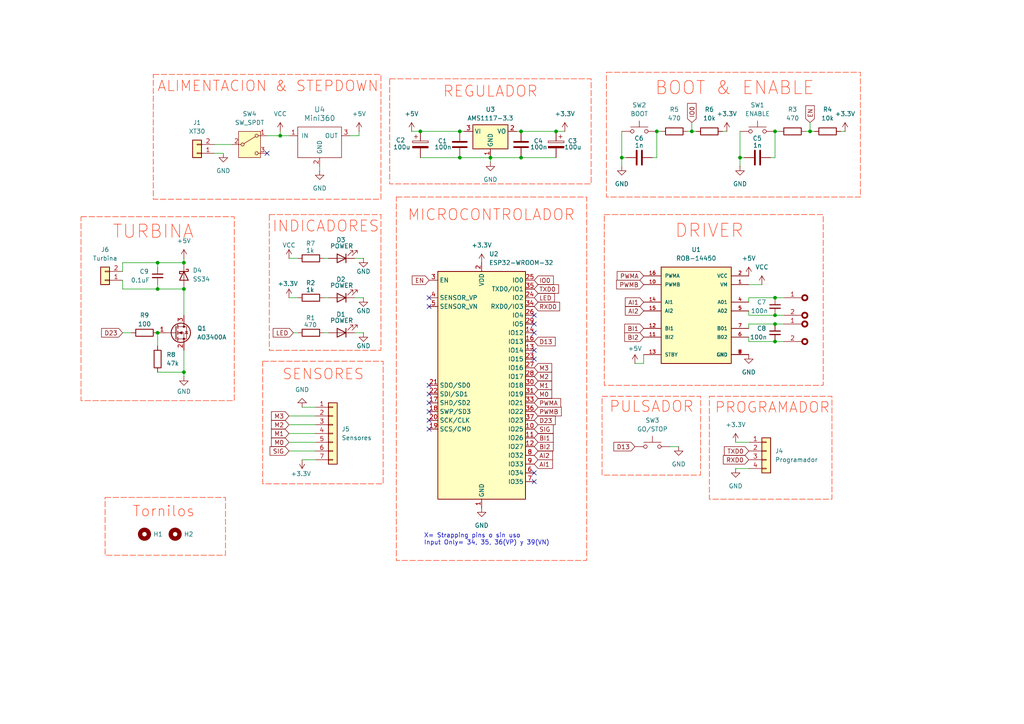
<source format=kicad_sch>
(kicad_sch (version 20250114) (generator "eeschema") (generator_version "9.0")
  (paper "A4")
  (lib_symbols
    (symbol "Cable_PAD_1" (pin_names (offset 1.016))
      (symbol "Cable_PAD_1_1_1"
        (circle (center 3.556 3.81) (radius 0.762) (stroke (width 0.508)))
        (circle (center 3.556 -1.27) (radius 0.762) (stroke (width 0.508)))
        (pin input line (at -2.54 3.81 0) (length 5.08) (name "") (number "1"))
        (pin input line (at -2.54 -1.27 0) (length 5.08) (name "") (number "2"))
      )
    )
    (symbol "Connector_Generic:Conn_01x02" (pin_names (offset 1.016) (hide yes))
      (property "Reference" "J" (at 0 2.54 0))
      (property "Value" "Conn_01x02" (at 0 -5.08 0))
      (symbol "Conn_01x02_1_1"
        (rectangle (start -1.27 1.27) (end 1.27 -3.81) (stroke (width 0.254)) (fill (type background)))
        (rectangle (start -1.27 0.127) (end 0 -0.127) (stroke (width 0.1524)))
        (rectangle (start -1.27 -2.413) (end 0 -2.667) (stroke (width 0.1524)))
        (pin passive line (at -5.08 0 0) (length 3.81) (name "Pin_1") (number "1"))
        (pin passive line (at -5.08 -2.54 0) (length 3.81) (name "Pin_2") (number "2"))
      )
    )
    (symbol "Connector_Generic:Conn_01x04" (pin_names (offset 1.016) (hide yes))
      (property "Reference" "J" (at 0 5.08 0))
      (property "Value" "Conn_01x04" (at 0 -7.62 0))
      (symbol "Conn_01x04_1_1"
        (rectangle (start -1.27 3.81) (end 1.27 -6.35) (stroke (width 0.254)) (fill (type background)))
        (rectangle (start -1.27 2.667) (end 0 2.413) (stroke (width 0.1524)))
        (rectangle (start -1.27 0.127) (end 0 -0.127) (stroke (width 0.1524)))
        (rectangle (start -1.27 -2.413) (end 0 -2.667) (stroke (width 0.1524)))
        (rectangle (start -1.27 -4.953) (end 0 -5.207) (stroke (width 0.1524)))
        (pin passive line (at -5.08 2.54 0) (length 3.81) (name "Pin_1") (number "1"))
        (pin passive line (at -5.08 0 0) (length 3.81) (name "Pin_2") (number "2"))
        (pin passive line (at -5.08 -2.54 0) (length 3.81) (name "Pin_3") (number "3"))
        (pin passive line (at -5.08 -5.08 0) (length 3.81) (name "Pin_4") (number "4"))
      )
    )
    (symbol "Connector_Generic:Conn_01x07" (pin_names (offset 1.016) (hide yes))
      (property "Reference" "J" (at 0 10.16 0))
      (property "Value" "Conn_01x07" (at 0 -10.16 0))
      (symbol "Conn_01x07_1_1"
        (rectangle (start -1.27 8.89) (end 1.27 -8.89) (stroke (width 0.254)) (fill (type background)))
        (rectangle (start -1.27 7.747) (end 0 7.493) (stroke (width 0.1524)))
        (rectangle (start -1.27 5.207) (end 0 4.953) (stroke (width 0.1524)))
        (rectangle (start -1.27 2.667) (end 0 2.413) (stroke (width 0.1524)))
        (rectangle (start -1.27 0.127) (end 0 -0.127) (stroke (width 0.1524)))
        (rectangle (start -1.27 -2.413) (end 0 -2.667) (stroke (width 0.1524)))
        (rectangle (start -1.27 -4.953) (end 0 -5.207) (stroke (width 0.1524)))
        (rectangle (start -1.27 -7.493) (end 0 -7.747) (stroke (width 0.1524)))
        (pin passive line (at -5.08 7.62 0) (length 3.81) (name "Pin_1") (number "1"))
        (pin passive line (at -5.08 5.08 0) (length 3.81) (name "Pin_2") (number "2"))
        (pin passive line (at -5.08 2.54 0) (length 3.81) (name "Pin_3") (number "3"))
        (pin passive line (at -5.08 0 0) (length 3.81) (name "Pin_4") (number "4"))
        (pin passive line (at -5.08 -2.54 0) (length 3.81) (name "Pin_5") (number "5"))
        (pin passive line (at -5.08 -5.08 0) (length 3.81) (name "Pin_6") (number "6"))
        (pin passive line (at -5.08 -7.62 0) (length 3.81) (name "Pin_7") (number "7"))
      )
    )
    (symbol "Device:C" (pin_numbers (hide yes)) (pin_names (offset 0.254))
      (property "Reference" "C" (at 0.635 2.54 0))
      (property "Value" "C" (at 0.635 -2.54 0))
      (symbol "C_0_1"
        (polyline (pts (xy -2.032 0.762) (xy 2.032 0.762)) (stroke (width 0.508)))
        (polyline (pts (xy -2.032 -0.762) (xy 2.032 -0.762)) (stroke (width 0.508)))
      )
      (symbol "C_1_1"
        (pin passive line (at 0 3.81 270) (length 2.794) (name "~") (number "1"))
        (pin passive line (at 0 -3.81 90) (length 2.794) (name "~") (number "2"))
      )
    )
    (symbol "Device:C_Polarized" (pin_numbers (hide yes)) (pin_names (offset 0.254))
      (property "Reference" "C" (at 0.635 2.54 0))
      (property "Value" "C_Polarized" (at 0.635 -2.54 0))
      (symbol "C_Polarized_0_1"
        (rectangle (start -2.286 0.508) (end 2.286 1.016))
        (polyline (pts (xy -1.778 2.286) (xy -0.762 2.286)))
        (polyline (pts (xy -1.27 2.794) (xy -1.27 1.778)))
        (rectangle (start 2.286 -0.508) (end -2.286 -1.016) (fill (type outline)))
      )
      (symbol "C_Polarized_1_1"
        (pin passive line (at 0 3.81 270) (length 2.794) (name "~") (number "1"))
        (pin passive line (at 0 -3.81 90) (length 2.794) (name "~") (number "2"))
      )
    )
    (symbol "Device:C_Small" (pin_numbers (hide yes)) (pin_names (offset 0.254) (hide yes))
      (property "Reference" "C" (at 0.254 1.778 0))
      (property "Value" "C_Small" (at 0.254 -2.032 0))
      (symbol "C_Small_0_1"
        (polyline (pts (xy -1.524 0.508) (xy 1.524 0.508)) (stroke (width 0.3048)))
        (polyline (pts (xy -1.524 -0.508) (xy 1.524 -0.508)) (stroke (width 0.3302)))
      )
      (symbol "C_Small_1_1"
        (pin passive line (at 0 2.54 270) (length 2.032) (name "~") (number "1"))
        (pin passive line (at 0 -2.54 90) (length 2.032) (name "~") (number "2"))
      )
    )
    (symbol "Device:LED" (pin_numbers (hide yes)) (pin_names (offset 1.016) (hide yes))
      (property "Reference" "D" (at 0 2.54 0))
      (property "Value" "LED" (at 0 -2.54 0))
      (symbol "LED_0_1"
        (polyline (pts (xy -3.048 -0.762) (xy -4.572 -2.286) (xy -3.81 -2.286) (xy -4.572 -2.286) (xy -4.572 -1.524)))
        (polyline (pts (xy -1.778 -0.762) (xy -3.302 -2.286) (xy -2.54 -2.286) (xy -3.302 -2.286) (xy -3.302 -1.524)))
        (polyline (pts (xy -1.27 0) (xy 1.27 0)))
        (polyline (pts (xy -1.27 -1.27) (xy -1.27 1.27)) (stroke (width 0.254)))
        (polyline (pts (xy 1.27 -1.27) (xy 1.27 1.27) (xy -1.27 0) (xy 1.27 -1.27)) (stroke (width 0.254)))
      )
      (symbol "LED_1_1"
        (pin passive line (at -3.81 0 0) (length 2.54) (name "K") (number "1"))
        (pin passive line (at 3.81 0 180) (length 2.54) (name "A") (number "2"))
      )
    )
    (symbol "Device:R" (pin_numbers (hide yes)) (pin_names (offset 0))
      (property "Reference" "R" (at 2.032 0 90))
      (property "Value" "R" (at 0 0 90))
      (symbol "R_0_1"
        (rectangle (start -1.016 -2.54) (end 1.016 2.54) (stroke (width 0.254)))
      )
      (symbol "R_1_1"
        (pin passive line (at 0 3.81 270) (length 1.27) (name "~") (number "1"))
        (pin passive line (at 0 -3.81 90) (length 1.27) (name "~") (number "2"))
      )
    )
    (symbol "Diode:SS34" (pin_numbers (hide yes)) (pin_names (offset 1.016) (hide yes))
      (property "Reference" "D" (at 0 2.54 0))
      (property "Value" "SS34" (at 0 -2.54 0))
      (symbol "SS34_0_1"
        (polyline (pts (xy -1.905 0.635) (xy -1.905 1.27) (xy -1.27 1.27) (xy -1.27 -1.27) (xy -0.635 -1.27) (xy -0.635 -0.635)) (stroke (width 0.254)))
        (polyline (pts (xy 1.27 1.27) (xy 1.27 -1.27) (xy -1.27 0) (xy 1.27 1.27)) (stroke (width 0.254)))
        (polyline (pts (xy 1.27 0) (xy -1.27 0)))
      )
      (symbol "SS34_1_1"
        (pin passive line (at -3.81 0 0) (length 2.54) (name "K") (number "1"))
        (pin passive line (at 3.81 0 180) (length 2.54) (name "A") (number "2"))
      )
    )
    (symbol "EEESTN5:Mounting_Hole" (pin_names (offset 1.016))
      (property "Reference" "H" (at 0 5.08 0))
      (symbol "Mounting_Hole_0_1"
        (circle (center 0 0) (radius 1.27) (stroke (width 1.27)))
      )
    )
    (symbol "MixLib:Mini360" (pin_names (offset 1.016))
      (property "Reference" "U" (at -8.89 -1.016 0))
      (property "Value" "Mini360" (at -4.572 8.128 0))
      (symbol "Mini360_1_1"
        (rectangle (start -10.16 6.35) (end 2.54 -2.54))
        (pin power_in line (at -12.7 3.81 0) (length 2.54) (name "IN") (number "1"))
        (pin power_out line (at -3.81 -5.08 90) (length 2.54) (name "GND") (number "2"))
        (pin power_out line (at 5.08 3.81 180) (length 2.54) (name "OUT") (number "3"))
      )
    )
    (symbol "RF_Module:ESP32-WROOM-32"
      (property "Reference" "U" (at -12.7 34.29 0))
      (property "Value" "ESP32-WROOM-32" (at 1.27 34.29 0))
      (symbol "ESP32-WROOM-32_0_1"
        (rectangle (start -12.7 33.02) (end 12.7 -33.02) (stroke (width 0.254)) (fill (type background)))
      )
      (symbol "ESP32-WROOM-32_1_1"
        (pin input line (at -15.24 30.48 0) (length 2.54) (name "EN") (number "3"))
        (pin input line (at -15.24 25.4 0) (length 2.54) (name "SENSOR_VP") (number "4"))
        (pin input line (at -15.24 22.86 0) (length 2.54) (name "SENSOR_VN") (number "5"))
        (pin bidirectional line (at -15.24 0 0) (length 2.54) (name "SDO/SD0") (number "21"))
        (pin bidirectional line (at -15.24 -2.54 0) (length 2.54) (name "SDI/SD1") (number "22"))
        (pin bidirectional line (at -15.24 -5.08 0) (length 2.54) (name "SHD/SD2") (number "17"))
        (pin bidirectional line (at -15.24 -7.62 0) (length 2.54) (name "SWP/SD3") (number "18"))
        (pin bidirectional line (at -15.24 -10.16 0) (length 2.54) (name "SCK/CLK") (number "20"))
        (pin bidirectional line (at -15.24 -12.7 0) (length 2.54) (name "SCS/CMD") (number "19"))
        (pin no_connect line (at -12.7 -27.94 0) (length 2.54) (hide yes) (name "NC") (number "32"))
        (pin power_in line (at 0 35.56 270) (length 2.54) (name "VDD") (number "2"))
        (pin power_in line (at 0 -35.56 90) (length 2.54) (name "GND") (number "1"))
        (pin passive line (at 0 -35.56 90) (length 2.54) (hide yes) (name "GND") (number "15"))
        (pin passive line (at 0 -35.56 90) (length 2.54) (hide yes) (name "GND") (number "38"))
        (pin passive line (at 0 -35.56 90) (length 2.54) (hide yes) (name "GND") (number "39"))
        (pin bidirectional line (at 15.24 30.48 180) (length 2.54) (name "IO0") (number "25"))
        (pin bidirectional line (at 15.24 27.94 180) (length 2.54) (name "TXD0/IO1") (number "35"))
        (pin bidirectional line (at 15.24 25.4 180) (length 2.54) (name "IO2") (number "24"))
        (pin bidirectional line (at 15.24 22.86 180) (length 2.54) (name "RXD0/IO3") (number "34"))
        (pin bidirectional line (at 15.24 20.32 180) (length 2.54) (name "IO4") (number "26"))
        (pin bidirectional line (at 15.24 17.78 180) (length 2.54) (name "IO5") (number "29"))
        (pin bidirectional line (at 15.24 15.24 180) (length 2.54) (name "IO12") (number "14"))
        (pin bidirectional line (at 15.24 12.7 180) (length 2.54) (name "IO13") (number "16"))
        (pin bidirectional line (at 15.24 10.16 180) (length 2.54) (name "IO14") (number "13"))
        (pin bidirectional line (at 15.24 7.62 180) (length 2.54) (name "IO15") (number "23"))
        (pin bidirectional line (at 15.24 5.08 180) (length 2.54) (name "IO16") (number "27"))
        (pin bidirectional line (at 15.24 2.54 180) (length 2.54) (name "IO17") (number "28"))
        (pin bidirectional line (at 15.24 0 180) (length 2.54) (name "IO18") (number "30"))
        (pin bidirectional line (at 15.24 -2.54 180) (length 2.54) (name "IO19") (number "31"))
        (pin bidirectional line (at 15.24 -5.08 180) (length 2.54) (name "IO21") (number "33"))
        (pin bidirectional line (at 15.24 -7.62 180) (length 2.54) (name "IO22") (number "36"))
        (pin bidirectional line (at 15.24 -10.16 180) (length 2.54) (name "IO23") (number "37"))
        (pin bidirectional line (at 15.24 -12.7 180) (length 2.54) (name "IO25") (number "10"))
        (pin bidirectional line (at 15.24 -15.24 180) (length 2.54) (name "IO26") (number "11"))
        (pin bidirectional line (at 15.24 -17.78 180) (length 2.54) (name "IO27") (number "12"))
        (pin bidirectional line (at 15.24 -20.32 180) (length 2.54) (name "IO32") (number "8"))
        (pin bidirectional line (at 15.24 -22.86 180) (length 2.54) (name "IO33") (number "9"))
        (pin input line (at 15.24 -25.4 180) (length 2.54) (name "IO34") (number "6"))
        (pin input line (at 15.24 -27.94 180) (length 2.54) (name "IO35") (number "7"))
      )
    )
    (symbol "ROB-14450:ROB-14450" (pin_names (offset 1.016))
      (property "Reference" "U" (at -10.16 16.002 0))
      (property "Value" "ROB-14450" (at -10.16 -15.24 0))
      (symbol "ROB-14450_0_0"
        (rectangle (start -10.16 -12.7) (end 10.16 15.24) (stroke (width 0.254)) (fill (type background)))
        (pin input line (at -15.24 12.7 0) (length 5.08) (name "PWMA") (number "16"))
        (pin input line (at -15.24 10.16 0) (length 5.08) (name "PWMB") (number "10"))
        (pin input line (at -15.24 5.08 0) (length 5.08) (name "AI1") (number "14"))
        (pin input line (at -15.24 2.54 0) (length 5.08) (name "AI2") (number "15"))
        (pin input line (at -15.24 -2.54 0) (length 5.08) (name "BI1") (number "12"))
        (pin input line (at -15.24 -5.08 0) (length 5.08) (name "BI2") (number "11"))
        (pin input line (at -15.24 -10.16 0) (length 5.08) (name "STBY") (number "13"))
        (pin power_in line (at 15.24 12.7 180) (length 5.08) (name "VCC") (number "2"))
        (pin power_in line (at 15.24 10.16 180) (length 5.08) (name "VM") (number "1"))
        (pin output line (at 15.24 5.08 180) (length 5.08) (name "A01") (number "4"))
        (pin output line (at 15.24 2.54 180) (length 5.08) (name "A02") (number "5"))
        (pin output line (at 15.24 -2.54 180) (length 5.08) (name "B01") (number "7"))
        (pin output line (at 15.24 -5.08 180) (length 5.08) (name "B02") (number "6"))
        (pin power_in line (at 15.24 -10.16 180) (length 5.08) (name "GND") (number "3"))
        (pin power_in line (at 15.24 -10.16 180) (length 5.08) (name "GND") (number "8"))
        (pin power_in line (at 15.24 -10.16 180) (length 5.08) (name "GND") (number "9"))
      )
    )
    (symbol "Regulator_Linear:AMS1117-3.3"
      (property "Reference" "U" (at -3.81 3.175 0))
      (property "Value" "AMS1117-3.3" (at 0 3.175 0))
      (symbol "AMS1117-3.3_0_1"
        (rectangle (start -5.08 -5.08) (end 5.08 1.905) (stroke (width 0.254)) (fill (type background)))
      )
      (symbol "AMS1117-3.3_1_1"
        (pin power_in line (at -7.62 0 0) (length 2.54) (name "VI") (number "3"))
        (pin power_in line (at 0 -7.62 90) (length 2.54) (name "GND") (number "1"))
        (pin power_out line (at 7.62 0 180) (length 2.54) (name "VO") (number "2"))
      )
    )
    (symbol "Switch:SW_Push" (pin_numbers (hide yes)) (pin_names (offset 1.016) (hide yes))
      (property "Reference" "SW" (at 1.27 2.54 0))
      (property "Value" "SW_Push" (at 0 -1.524 0))
      (symbol "SW_Push_0_1"
        (circle (center -2.032 0) (radius 0.508))
        (polyline (pts (xy 0 1.27) (xy 0 3.048)))
        (circle (center 2.032 0) (radius 0.508))
        (polyline (pts (xy 2.54 1.27) (xy -2.54 1.27)))
        (pin passive line (at -5.08 0 0) (length 2.54) (name "1") (number "1"))
        (pin passive line (at 5.08 0 180) (length 2.54) (name "2") (number "2"))
      )
    )
    (symbol "Switch:SW_SPDT" (pin_names (offset 0) (hide yes))
      (property "Reference" "SW" (at 0 5.08 0))
      (property "Value" "SW_SPDT" (at 0 -5.08 0))
      (symbol "SW_SPDT_0_1"
        (circle (center -2.032 0) (radius 0.4572))
        (polyline (pts (xy -1.651 0.254) (xy 1.651 2.286)))
        (circle (center 2.032 2.54) (radius 0.4572))
        (circle (center 2.032 -2.54) (radius 0.4572))
      )
      (symbol "SW_SPDT_1_1"
        (rectangle (start -3.175 3.81) (end 3.175 -3.81) (fill (type background)))
        (pin passive line (at -5.08 0 0) (length 2.54) (name "B") (number "2"))
        (pin passive line (at 5.08 2.54 180) (length 2.54) (name "A") (number "1"))
        (pin passive line (at 5.08 -2.54 180) (length 2.54) (name "C") (number "3"))
      )
    )
    (symbol "Transistor_FET:AO3400A" (pin_names (offset 0) (hide yes))
      (property "Reference" "Q" (at 5.08 1.905 0))
      (property "Value" "AO3400A" (at 5.08 0 0))
      (symbol "AO3400A_0_1"
        (polyline (pts (xy 0.254 1.905) (xy 0.254 -1.905)) (stroke (width 0.254)))
        (polyline (pts (xy 0.254 0) (xy -2.54 0)))
        (polyline (pts (xy 0.762 2.286) (xy 0.762 1.27)) (stroke (width 0.254)))
        (polyline (pts (xy 0.762 0.508) (xy 0.762 -0.508)) (stroke (width 0.254)))
        (polyline (pts (xy 0.762 -1.27) (xy 0.762 -2.286)) (stroke (width 0.254)))
        (polyline (pts (xy 0.762 -1.778) (xy 3.302 -1.778) (xy 3.302 1.778) (xy 0.762 1.778)))
        (polyline (pts (xy 1.016 0) (xy 2.032 0.381) (xy 2.032 -0.381) (xy 1.016 0)) (fill (type outline)))
        (circle (center 1.651 0) (radius 2.794) (stroke (width 0.254)))
        (polyline (pts (xy 2.54 2.54) (xy 2.54 1.778)))
        (circle (center 2.54 1.778) (radius 0.254) (fill (type outline)))
        (circle (center 2.54 -1.778) (radius 0.254) (fill (type outline)))
        (polyline (pts (xy 2.54 -2.54) (xy 2.54 0) (xy 0.762 0)))
        (polyline (pts (xy 2.921 0.381) (xy 3.683 0.381)))
        (polyline (pts (xy 3.302 0.381) (xy 2.921 -0.254) (xy 3.683 -0.254) (xy 3.302 0.381)))
      )
      (symbol "AO3400A_1_1"
        (pin input line (at -5.08 0 0) (length 2.54) (name "G") (number "1"))
        (pin passive line (at 2.54 5.08 270) (length 2.54) (name "D") (number "3"))
        (pin passive line (at 2.54 -5.08 90) (length 2.54) (name "S") (number "2"))
      )
    )
    (symbol "power:+3.3V" (power) (pin_numbers (hide yes)) (pin_names (offset 0) (hide yes))
      (property "Value" "+3.3V" (at 0 3.556 0))
      (symbol "+3.3V_0_1"
        (polyline (pts (xy -0.762 1.27) (xy 0 2.54)))
        (polyline (pts (xy 0 2.54) (xy 0.762 1.27)))
        (polyline (pts (xy 0 0) (xy 0 2.54)))
      )
      (symbol "+3.3V_1_1"
        (pin power_in line (at 0 0 90) (length 0) (name "~") (number "1"))
      )
    )
    (symbol "power:+5V" (power) (pin_numbers (hide yes)) (pin_names (offset 0) (hide yes))
      (property "Value" "+5V" (at 0 3.556 0))
      (symbol "+5V_0_1"
        (polyline (pts (xy -0.762 1.27) (xy 0 2.54)))
        (polyline (pts (xy 0 2.54) (xy 0.762 1.27)))
        (polyline (pts (xy 0 0) (xy 0 2.54)))
      )
      (symbol "+5V_1_1"
        (pin power_in line (at 0 0 90) (length 0) (name "~") (number "1"))
      )
    )
    (symbol "power:GND" (power) (pin_numbers (hide yes)) (pin_names (offset 0) (hide yes))
      (property "Value" "GND" (at 0 -3.81 0))
      (symbol "GND_0_1"
        (polyline (pts (xy 0 0) (xy 0 -1.27) (xy 1.27 -1.27) (xy 0 -2.54) (xy -1.27 -1.27) (xy 0 -1.27)))
      )
      (symbol "GND_1_1"
        (pin power_in line (at 0 0 270) (length 0) (name "~") (number "1"))
      )
    )
    (symbol "power:VCC" (power) (pin_numbers (hide yes)) (pin_names (offset 0) (hide yes))
      (property "Value" "VCC" (at 0 3.556 0))
      (symbol "VCC_0_1"
        (polyline (pts (xy -0.762 1.27) (xy 0 2.54)))
        (polyline (pts (xy 0 2.54) (xy 0.762 1.27)))
        (polyline (pts (xy 0 0) (xy 0 2.54)))
      )
      (symbol "VCC_1_1"
        (pin power_in line (at 0 0 90) (length 0) (name "~") (number "1"))
      )
    )
  )
  (rectangle (start 175.26 62.23) (end 238.76 111.76) (stroke (width 0) (type dash) (color 255 38 0 1)))
  (rectangle (start 44.45 21.59) (end 110.49 57.785) (stroke (width 0) (type dash) (color 255 38 0 1)))
  (rectangle (start 78.105 62.23) (end 110.49 101.6) (stroke (width 0) (type dash) (color 255 38 0 1)))
  (rectangle (start 113.03 22.86) (end 171.45 53.34) (stroke (width 0) (type dash) (color 255 38 0 1)))
  (rectangle (start 205.74 114.935) (end 241.3 144.78) (stroke (width 0) (type dash) (color 255 38 0 1)))
  (rectangle (start 175.895 20.955) (end 249.555 57.15) (stroke (width 0) (type dash) (color 255 38 0 1)))
  (rectangle (start 76.2 104.775) (end 111.125 140.335) (stroke (width 0) (type dash) (color 255 38 0 1)))
  (rectangle (start 30.48 144.272) (end 65.405 161.036) (stroke (width 0) (type dash) (color 255 38 0 1)))
  (rectangle (start 174.625 114.935) (end 203.2 137.795) (stroke (width 0) (type dash) (color 255 38 0 1)))
  (rectangle (start 114.935 57.15) (end 170.18 162.56) (stroke (width 0) (type dash) (color 255 38 0 1)))
  (rectangle (start 23.495 62.865) (end 67.945 116.205) (stroke (width 0) (type dash) (color 255 38 0 1)))
  (text "PULSADOR" (at 188.976 118.11 0) (effects (font (size 3.175 3.175))))
  (text "SENSORES" (at 93.726 108.712 0) (effects (font (size 3.048 3.048))))
  (text "X= Strapping pins o sin uso\nInput Only= 34, 35, 36(VP) y 39(VN) " (at 122.936 156.464 0) (effects (font (size 1.27 1.27)) (justify left)))
  (text "PROGRAMADOR" (at 224.028 118.364 0) (effects (font (size 3.048 3.048))))
  (text "Tornilos" (at 47.498 148.463 0) (effects (font (size 3.048 3.048))))
  (text "DRIVER" (at 205.74 67.056 0) (effects (font (size 3.81 3.81))))
  (text "INDICADORES" (at 94.488 65.786 0) (effects (font (size 3.175 3.175))))
  (text "REGULADOR" (at 142.24 26.67 0) (effects (font (size 3.175 3.175))))
  (text "TURBINA" (at 44.45 67.31 0) (effects (font (size 3.81 3.81))))
  (text "MICROCONTROLADOR" (at 142.494 62.484 0) (effects (font (size 3.175 3.175))))
  (text "BOOT & ENABLE" (at 213.106 25.654 0) (effects (font (size 3.81 3.81))))
  (text "ALIMENTACION & STEPDOWN" (at 77.724 25.146 0) (effects (font (size 3.048 3.048))))
  (junction (at 151.13 45.72))
  (junction (at 81.28 39.37))
  (junction (at 53.34 83.82))
  (junction (at 224.79 86.36))
  (junction (at 121.92 38.1))
  (junction (at 45.72 96.52))
  (junction (at 133.35 45.72))
  (junction (at 161.29 38.1))
  (junction (at 200.66 38.1))
  (junction (at 45.72 76.2))
  (junction (at 142.24 45.72))
  (junction (at 224.79 99.06))
  (junction (at 133.35 38.1))
  (junction (at 151.13 38.1))
  (junction (at 53.34 76.2))
  (junction (at 234.95 38.1))
  (junction (at 45.72 83.82))
  (junction (at 224.79 91.44))
  (junction (at 214.63 45.72))
  (junction (at 180.34 45.72))
  (junction (at 190.5 38.1))
  (junction (at 224.79 38.1))
  (junction (at 224.79 93.98))
  (junction (at 53.34 107.95))
  (no_connect (at 154.94 91.44))
  (no_connect (at 77.47 44.45))
  (no_connect (at 154.94 137.16))
  (no_connect (at 124.46 111.76))
  (no_connect (at 124.46 114.3))
  (no_connect (at 124.46 88.9))
  (no_connect (at 124.46 124.46))
  (no_connect (at 154.94 139.7))
  (no_connect (at 124.46 86.36))
  (no_connect (at 154.94 93.98))
  (no_connect (at 124.46 116.84))
  (no_connect (at 154.94 96.52))
  (no_connect (at 154.94 101.6))
  (no_connect (at 124.46 119.38))
  (no_connect (at 124.46 121.92))
  (no_connect (at 154.94 104.14))
  (wire (pts (xy 189.23 45.72) (xy 190.5 45.72)))
  (wire (pts (xy 121.92 38.1) (xy 133.35 38.1)))
  (wire (pts (xy 200.66 38.1) (xy 199.39 38.1)))
  (wire (pts (xy 213.36 128.27) (xy 217.17 128.27)))
  (wire (pts (xy 133.35 38.1) (xy 134.62 38.1)))
  (wire (pts (xy 83.82 120.65) (xy 91.44 120.65)))
  (wire (pts (xy 234.95 38.1) (xy 236.22 38.1)))
  (wire (pts (xy 190.5 45.72) (xy 190.5 38.1)))
  (wire (pts (xy 210.82 38.1) (xy 209.55 38.1)))
  (wire (pts (xy 35.56 83.82) (xy 45.72 83.82)))
  (wire (pts (xy 83.82 125.73) (xy 91.44 125.73)))
  (wire (pts (xy 105.41 86.36) (xy 102.87 86.36)))
  (wire (pts (xy 181.61 45.72) (xy 180.34 45.72)))
  (wire (pts (xy 151.13 45.72) (xy 161.29 45.72)))
  (wire (pts (xy 227.33 86.36) (xy 224.79 86.36)))
  (wire (pts (xy 200.66 38.1) (xy 201.93 38.1)))
  (wire (pts (xy 224.79 93.98) (xy 217.17 93.98)))
  (wire (pts (xy 101.6 39.37) (xy 104.14 39.37)))
  (wire (pts (xy 245.11 38.1) (xy 243.84 38.1)))
  (wire (pts (xy 227.33 91.44) (xy 224.79 91.44)))
  (wire (pts (xy 35.56 76.2) (xy 45.72 76.2)))
  (wire (pts (xy 81.28 39.37) (xy 83.82 39.37)))
  (wire (pts (xy 133.35 45.72) (xy 142.24 45.72)))
  (wire (pts (xy 53.34 83.82) (xy 45.72 83.82)))
  (wire (pts (xy 224.79 99.06) (xy 217.17 99.06)))
  (wire (pts (xy 180.34 45.72) (xy 180.34 48.26)))
  (wire (pts (xy 214.63 45.72) (xy 214.63 48.26)))
  (wire (pts (xy 227.33 93.98) (xy 224.79 93.98)))
  (wire (pts (xy 224.79 38.1) (xy 226.06 38.1)))
  (wire (pts (xy 121.92 45.72) (xy 133.35 45.72)))
  (wire (pts (xy 83.82 86.36) (xy 86.36 86.36)))
  (wire (pts (xy 196.85 129.54) (xy 194.31 129.54)))
  (wire (pts (xy 87.63 133.35) (xy 91.44 133.35)))
  (wire (pts (xy 217.17 86.36) (xy 217.17 87.63)))
  (wire (pts (xy 217.17 93.98) (xy 217.17 95.25)))
  (wire (pts (xy 83.82 130.81) (xy 91.44 130.81)))
  (wire (pts (xy 53.34 74.93) (xy 53.34 76.2)))
  (wire (pts (xy 45.72 100.33) (xy 45.72 96.52)))
  (wire (pts (xy 161.29 38.1) (xy 163.83 38.1)))
  (wire (pts (xy 92.71 49.53) (xy 92.71 48.26)))
  (wire (pts (xy 53.34 107.95) (xy 45.72 107.95)))
  (wire (pts (xy 35.56 76.2) (xy 35.56 78.74)))
  (wire (pts (xy 87.63 118.11) (xy 91.44 118.11)))
  (wire (pts (xy 234.95 35.56) (xy 234.95 38.1)))
  (wire (pts (xy 190.5 38.1) (xy 191.77 38.1)))
  (wire (pts (xy 142.24 46.99) (xy 142.24 45.72)))
  (wire (pts (xy 224.79 45.72) (xy 224.79 38.1)))
  (wire (pts (xy 151.13 38.1) (xy 161.29 38.1)))
  (wire (pts (xy 227.33 99.06) (xy 224.79 99.06)))
  (wire (pts (xy 104.14 38.1) (xy 104.14 39.37)))
  (wire (pts (xy 62.23 41.91) (xy 67.31 41.91)))
  (wire (pts (xy 53.34 101.6) (xy 53.34 107.95)))
  (wire (pts (xy 224.79 86.36) (xy 217.17 86.36)))
  (wire (pts (xy 64.77 44.45) (xy 62.23 44.45)))
  (wire (pts (xy 215.9 45.72) (xy 214.63 45.72)))
  (wire (pts (xy 53.34 83.82) (xy 53.34 91.44)))
  (wire (pts (xy 224.79 91.44) (xy 217.17 91.44)))
  (wire (pts (xy 83.82 128.27) (xy 91.44 128.27)))
  (wire (pts (xy 45.72 76.2) (xy 53.34 76.2)))
  (wire (pts (xy 213.36 135.89) (xy 217.17 135.89)))
  (wire (pts (xy 45.72 77.47) (xy 45.72 76.2)))
  (wire (pts (xy 83.82 74.93) (xy 86.36 74.93)))
  (wire (pts (xy 95.25 74.93) (xy 93.98 74.93)))
  (wire (pts (xy 35.56 96.52) (xy 38.1 96.52)))
  (wire (pts (xy 234.95 38.1) (xy 233.68 38.1)))
  (wire (pts (xy 217.17 91.44) (xy 217.17 90.17)))
  (wire (pts (xy 35.56 83.82) (xy 35.56 81.28)))
  (wire (pts (xy 180.34 38.1) (xy 180.34 45.72)))
  (wire (pts (xy 85.09 96.52) (xy 86.36 96.52)))
  (wire (pts (xy 200.66 35.56) (xy 200.66 38.1)))
  (wire (pts (xy 184.15 105.41) (xy 186.69 105.41)))
  (wire (pts (xy 119.38 38.1) (xy 121.92 38.1)))
  (wire (pts (xy 217.17 99.06) (xy 217.17 97.79)))
  (wire (pts (xy 45.72 83.82) (xy 45.72 82.55)))
  (wire (pts (xy 95.25 86.36) (xy 93.98 86.36)))
  (wire (pts (xy 81.28 38.1) (xy 81.28 39.37)))
  (wire (pts (xy 53.34 109.22) (xy 53.34 107.95)))
  (wire (pts (xy 223.52 45.72) (xy 224.79 45.72)))
  (wire (pts (xy 214.63 38.1) (xy 214.63 45.72)))
  (wire (pts (xy 186.69 105.41) (xy 186.69 102.87)))
  (wire (pts (xy 220.98 82.55) (xy 217.17 82.55)))
  (wire (pts (xy 95.25 96.52) (xy 93.98 96.52)))
  (wire (pts (xy 142.24 45.72) (xy 151.13 45.72)))
  (wire (pts (xy 83.82 123.19) (xy 91.44 123.19)))
  (wire (pts (xy 105.41 96.52) (xy 102.87 96.52)))
  (wire (pts (xy 77.47 39.37) (xy 81.28 39.37)))
  (wire (pts (xy 105.41 74.93) (xy 102.87 74.93)))
  (wire (pts (xy 149.86 38.1) (xy 151.13 38.1)))
  (global_label "AI2" (shape input) (at 186.69 90.17 180) (property "Intersheetrefs" "${INTERSHEET_REFS}" (effects (hide yes))))
  (global_label "PWMA" (shape input) (at 154.94 116.84 0) (property "Intersheetrefs" "${INTERSHEET_REFS}" (effects (hide yes))))
  (global_label "D23" (shape input) (at 154.94 121.92 0) (property "Intersheetrefs" "${INTERSHEET_REFS}" (effects (hide yes))))
  (global_label "M2" (shape input) (at 154.94 109.22 0) (property "Intersheetrefs" "${INTERSHEET_REFS}" (effects (hide yes))))
  (global_label "IO0" (shape input) (at 154.94 81.28 0) (property "Intersheetrefs" "${INTERSHEET_REFS}" (effects (hide yes))))
  (global_label "EN" (shape input) (at 124.46 81.28 180) (property "Intersheetrefs" "${INTERSHEET_REFS}" (effects (hide yes))))
  (global_label "IO0" (shape input) (at 200.66 35.56 90) (property "Intersheetrefs" "${INTERSHEET_REFS}" (effects (hide yes))))
  (global_label "PWMA" (shape input) (at 186.69 80.01 180) (property "Intersheetrefs" "${INTERSHEET_REFS}" (effects (hide yes))))
  (global_label "RXD0" (shape input) (at 217.17 133.35 180) (property "Intersheetrefs" "${INTERSHEET_REFS}" (effects (hide yes))))
  (global_label "AI1" (shape input) (at 154.94 134.62 0) (property "Intersheetrefs" "${INTERSHEET_REFS}" (effects (hide yes))))
  (global_label "M3" (shape input) (at 83.82 120.65 180) (property "Intersheetrefs" "${INTERSHEET_REFS}" (effects (hide yes))))
  (global_label "SIG" (shape input) (at 154.94 124.46 0) (property "Intersheetrefs" "${INTERSHEET_REFS}" (effects (hide yes))))
  (global_label "AI2" (shape input) (at 154.94 132.08 0) (property "Intersheetrefs" "${INTERSHEET_REFS}" (effects (hide yes))))
  (global_label "LED" (shape input) (at 154.94 86.36 0) (property "Intersheetrefs" "${INTERSHEET_REFS}" (effects (hide yes))))
  (global_label "M3" (shape input) (at 154.94 106.68 0) (property "Intersheetrefs" "${INTERSHEET_REFS}" (effects (hide yes))))
  (global_label "D23" (shape input) (at 35.56 96.52 180) (property "Intersheetrefs" "${INTERSHEET_REFS}" (effects (hide yes))))
  (global_label "EN" (shape input) (at 234.95 35.56 90) (property "Intersheetrefs" "${INTERSHEET_REFS}" (effects (hide yes))))
  (global_label "AI1" (shape input) (at 186.69 87.63 180) (property "Intersheetrefs" "${INTERSHEET_REFS}" (effects (hide yes))))
  (global_label "PWMB" (shape input) (at 154.94 119.38 0) (property "Intersheetrefs" "${INTERSHEET_REFS}" (effects (hide yes))))
  (global_label "M1" (shape input) (at 154.94 111.76 0) (property "Intersheetrefs" "${INTERSHEET_REFS}" (effects (hide yes))))
  (global_label "BI2" (shape input) (at 154.94 129.54 0) (property "Intersheetrefs" "${INTERSHEET_REFS}" (effects (hide yes))))
  (global_label "SIG" (shape input) (at 83.82 130.81 180) (property "Intersheetrefs" "${INTERSHEET_REFS}" (effects (hide yes))))
  (global_label "D13" (shape input) (at 184.15 129.54 180) (property "Intersheetrefs" "${INTERSHEET_REFS}" (effects (hide yes))))
  (global_label "TXD0" (shape input) (at 154.94 83.82 0) (property "Intersheetrefs" "${INTERSHEET_REFS}" (effects (hide yes))))
  (global_label "M0" (shape input) (at 83.82 128.27 180) (property "Intersheetrefs" "${INTERSHEET_REFS}" (effects (hide yes))))
  (global_label "M1" (shape input) (at 83.82 125.73 180) (property "Intersheetrefs" "${INTERSHEET_REFS}" (effects (hide yes))))
  (global_label "D13" (shape input) (at 154.94 99.06 0) (property "Intersheetrefs" "${INTERSHEET_REFS}" (effects (hide yes))))
  (global_label "M2" (shape input) (at 83.82 123.19 180) (property "Intersheetrefs" "${INTERSHEET_REFS}" (effects (hide yes))))
  (global_label "M0" (shape input) (at 154.94 114.3 0) (property "Intersheetrefs" "${INTERSHEET_REFS}" (effects (hide yes))))
  (global_label "BI1" (shape input) (at 154.94 127 0) (property "Intersheetrefs" "${INTERSHEET_REFS}" (effects (hide yes))))
  (global_label "BI1" (shape input) (at 186.69 95.25 180) (property "Intersheetrefs" "${INTERSHEET_REFS}" (effects (hide yes))))
  (global_label "PWMB" (shape input) (at 186.69 82.55 180) (property "Intersheetrefs" "${INTERSHEET_REFS}" (effects (hide yes))))
  (global_label "TXD0" (shape input) (at 217.17 130.81 180) (property "Intersheetrefs" "${INTERSHEET_REFS}" (effects (hide yes))))
  (global_label "RXD0" (shape input) (at 154.94 88.9 0) (property "Intersheetrefs" "${INTERSHEET_REFS}" (effects (hide yes))))
  (global_label "BI2" (shape input) (at 186.69 97.79 180) (property "Intersheetrefs" "${INTERSHEET_REFS}" (effects (hide yes))))
  (global_label "LED" (shape input) (at 85.09 96.52 180) (property "Intersheetrefs" "${INTERSHEET_REFS}" (effects (hide yes))))
  (symbol (lib_id "power:+3.3V") (at 83.82 86.36 0) (unit 1)
    (property "Reference" "#PWR010" (effects (hide yes)))
    (property "Value" "+3.3V" (at 80.518 82.296 0) (effects (justify left)))
    (property "Description" "Power symbol creates a global label with name \"+3.3V\"" (effects (hide yes)))
  )
  (symbol (lib_id "power:GND") (at 213.36 135.89 0) (unit 1)
    (property "Reference" "#PWR018" (effects (hide yes)))
    (property "Value" "GND" (at 213.36 140.97 0))
    (property "Description" "Power symbol creates a global label with name \"GND\" , ground" (effects (hide yes)))
  )
  (symbol (lib_id "power:GND") (at 217.17 102.87 0) (unit 1)
    (property "Reference" "#PWR03" (effects (hide yes)))
    (property "Value" "GND" (at 217.17 107.95 0))
    (property "Description" "Power symbol creates a global label with name \"GND\" , ground" (effects (hide yes)))
  )
  (symbol (lib_id "power:+5V") (at 217.17 80.01 0) (unit 1)
    (property "Reference" "#PWR01" (effects (hide yes)))
    (property "Value" "+5V" (at 217.17 74.93 0))
    (property "Description" "Power symbol creates a global label with name \"+5V\"" (effects (hide yes)))
  )
  (symbol (lib_id "ROB-14450:ROB-14450") (at 201.93 92.71 0) (unit 1)
    (property "Reference" "U1" (at 201.93 72.39 0))
    (property "Value" "ROB-14450" (at 201.93 74.93 0))
    (property "Footprint" "TB6612FNG:MODULE_ROB-14450" (effects (hide yes)))
    (property "MF" "SparkFun Electronics" (effects (hide yes)))
    (property "Description_1" "TB6612FNG - Motor Controller/Driver Power Management Evaluation Board" (effects (hide yes)))
    (property "Package" "None" (effects (hide yes)))
    (property "Price" "None" (effects (hide yes)))
    (property "Check_prices" "https://www.snapeda.com/parts/ROB-14450/SparkFun/view-part/?ref=eda" (effects (hide yes)))
    (property "STANDARD" "Manufacturer Recommendation" (effects (hide yes)))
    (property "PARTREV" "11-13-17" (effects (hide yes)))
    (property "SnapEDA_Link" "https://www.snapeda.com/parts/ROB-14450/SparkFun/view-part/?ref=snap" (effects (hide yes)))
    (property "MP" "ROB-14450" (effects (hide yes)))
    (property "Availability" "In Stock" (effects (hide yes)))
    (property "MANUFACTURER" "Sparkfun Electronics" (effects (hide yes)))
  )
  (symbol (lib_id "power:+5V") (at 104.14 38.1 0) (unit 1)
    (property "Reference" "#PWR019" (effects (hide yes)))
    (property "Value" "+5V" (at 104.14 33.02 0))
    (property "Description" "Power symbol creates a global label with name \"+5V\"" (effects (hide yes)))
  )
  (symbol (lib_id "Switch:SW_Push") (at 189.23 129.54 0) (unit 1)
    (property "Reference" "SW3" (at 189.23 121.92 0))
    (property "Value" "GO/STOP" (at 189.23 124.46 0))
    (property "Footprint" "Button_Switch_SMD:SW_Push_1P1T_NO_CK_KMR2" (effects (hide yes)))
    (property "Description" "Push button switch, generic, two pins" (effects (hide yes)))
  )
  (symbol (lib_id "power:VCC") (at 220.98 82.55 0) (unit 1)
    (property "Reference" "#PWR02" (effects (hide yes)))
    (property "Value" "VCC" (at 220.98 77.47 0))
    (property "Description" "Power symbol creates a global label with name \"VCC\"" (effects (hide yes)))
  )
  (symbol (lib_id "Device:R") (at 41.91 96.52 270) (unit 1)
    (property "Reference" "R9" (at 41.91 91.44 90))
    (property "Value" "100" (at 41.91 93.98 90))
    (property "Footprint" "Resistor_SMD:R_0805_2012Metric_Pad1.20x1.40mm_HandSolder" (effects (hide yes)))
    (property "Description" "Resistor" (effects (hide yes)))
  )
  (symbol (lib_id "power:+5V") (at 53.34 74.93 0) (unit 1)
    (property "Reference" "#PWR029" (effects (hide yes)))
    (property "Value" "+5V" (at 53.34 69.85 0))
    (property "Description" "Power symbol creates a global label with name \"+5V\"" (effects (hide yes)))
  )
  (symbol (lib_id "Device:R") (at 205.74 38.1 90) (unit 1)
    (property "Reference" "R6" (at 205.74 31.75 90))
    (property "Value" "10k" (at 205.74 34.29 90))
    (property "Footprint" "Resistor_SMD:R_0805_2012Metric_Pad1.20x1.40mm_HandSolder" (effects (hide yes)))
    (property "Description" "Resistor" (effects (hide yes)))
  )
  (symbol (lib_id "power:+3.3V") (at 213.36 128.27 0) (unit 1)
    (property "Reference" "#PWR017" (effects (hide yes)))
    (property "Value" "+3.3V" (at 213.36 123.19 0))
    (property "Description" "Power symbol creates a global label with name \"+3.3V\"" (effects (hide yes)))
  )
  (symbol (lib_id "Device:C") (at 133.35 41.91 0) (unit 1)
    (property "Reference" "C1" (at 127 40.894 0) (effects (justify left)))
    (property "Value" "100n" (at 125.984 42.672 0) (effects (justify left)))
    (property "Footprint" "Capacitor_SMD:C_0805_2012Metric_Pad1.18x1.45mm_HandSolder" (effects (hide yes)))
    (property "Description" "Unpolarized capacitor" (effects (hide yes)))
  )
  (symbol (lib_id "MixLib:Mini360") (at 96.52 43.18 0) (unit 1)
    (property "Reference" "U4" (at 92.71 31.75 0) (effects (font (size 1.524 1.524))))
    (property "Value" "Mini360" (at 92.71 34.29 0) (effects (font (size 1.524 1.524))))
    (property "Footprint" "MixLib:Mini360_step-down" (effects (hide yes)))
  )
  (symbol (lib_id "power:VCC") (at 83.82 74.93 0) (unit 1)
    (property "Reference" "#PWR026" (effects (hide yes)))
    (property "Value" "VCC" (at 83.82 71.12 0))
    (property "Description" "Power symbol creates a global label with name \"VCC\"" (effects (hide yes)))
  )
  (symbol (lib_id "power:+3.3V") (at 210.82 38.1 0) (unit 1)
    (property "Reference" "#PWR016" (effects (hide yes)))
    (property "Value" "+3.3V" (at 210.82 33.02 0))
    (property "Description" "Power symbol creates a global label with name \"+3.3V\"" (effects (hide yes)))
  )
  (symbol (lib_id "power:GND") (at 64.77 44.45 0) (unit 1)
    (property "Reference" "#PWR023" (effects (hide yes)))
    (property "Value" "GND" (at 64.77 49.53 0))
    (property "Description" "Power symbol creates a global label with name \"GND\" , ground" (effects (hide yes)))
  )
  (symbol (lib_id "power:GND") (at 92.71 49.53 0) (unit 1)
    (property "Reference" "#PWR020" (effects (hide yes)))
    (property "Value" "GND" (at 92.71 54.61 0))
    (property "Description" "Power symbol creates a global label with name \"GND\" , ground" (effects (hide yes)))
  )
  (symbol (lib_id "power:+3.3V") (at 87.63 133.35 0) (mirror x) (unit 1)
    (property "Reference" "#PWR027" (effects (hide yes)))
    (property "Value" "+3.3V" (at 84.328 137.414 0) (effects (justify left)))
    (property "Description" "Power symbol creates a global label with name \"+3.3V\"" (effects (hide yes)))
  )
  (symbol (lib_id "RF_Module:ESP32-WROOM-32") (at 139.7 111.76 0) (unit 1)
    (property "Reference" "U2" (at 141.8433 73.66 0) (effects (justify left)))
    (property "Value" "ESP32-WROOM-32" (at 141.8433 76.2 0) (effects (justify left)))
    (property "Footprint" "RF_Module:ESP32-WROOM-32" (effects (hide yes)))
    (property "Datasheet" "https://www.espressif.com/sites/default/files/documentation/esp32-wroom-32_datasheet_en.pdf" (effects (hide yes)))
    (property "Description" "RF Module, ESP32-D0WDQ6 SoC, Wi-Fi 802.11b/g/n, Bluetooth, BLE, 32-bit, 2.7-3.6V, onboard antenna, SMD" (effects (hide yes)))
  )
  (symbol (lib_id "Device:C") (at 185.42 45.72 90) (mirror x) (unit 1)
    (property "Reference" "C6" (at 186.69 40.132 90) (effects (justify left)))
    (property "Value" "1n" (at 186.69 42.164 90) (effects (justify left)))
    (property "Footprint" "Capacitor_SMD:C_1206_3216Metric_Pad1.33x1.80mm_HandSolder" (effects (hide yes)))
    (property "Description" "Unpolarized capacitor" (effects (hide yes)))
  )
  (symbol (lib_id "Device:R") (at 90.17 74.93 90) (unit 1)
    (property "Reference" "R7" (at 91.44 70.612 90) (effects (justify left)))
    (property "Value" "1k" (at 91.186 72.644 90) (effects (justify left)))
    (property "Footprint" "Resistor_SMD:R_0805_2012Metric_Pad1.20x1.40mm_HandSolder" (effects (hide yes)))
    (property "Description" "Resistor" (effects (hide yes)))
  )
  (symbol (lib_id "power:GND") (at 105.41 74.93 0) (unit 1)
    (property "Reference" "#PWR025" (effects (hide yes)))
    (property "Value" "GND" (at 103.378 78.74 0) (effects (justify left)))
    (property "Description" "Power symbol creates a global label with name \"GND\" , ground" (effects (hide yes)))
  )
  (symbol (lib_id "Device:LED") (at 99.06 86.36 180) (unit 1)
    (property "Reference" "D2" (at 97.536 81.026 0) (effects (justify right)))
    (property "Value" "POWER" (at 95.758 82.804 0) (effects (justify right)))
    (property "Footprint" "LED_SMD:LED_0805_2012Metric_Pad1.15x1.40mm_HandSolder" (effects (hide yes)))
    (property "Description" "Light emitting diode" (effects (hide yes)))
    (property "Sim.Pins" "1=K 2=A" (effects (hide yes)))
  )
  (symbol (lib_id "Device:R") (at 195.58 38.1 90) (unit 1)
    (property "Reference" "R5" (at 195.58 31.75 90))
    (property "Value" "470" (at 195.58 34.29 90))
    (property "Footprint" "Resistor_SMD:R_0805_2012Metric_Pad1.20x1.40mm_HandSolder" (effects (hide yes)))
    (property "Description" "Resistor" (effects (hide yes)))
  )
  (symbol (lib_id "Regulator_Linear:AMS1117-3.3") (at 142.24 38.1 0) (unit 1)
    (property "Reference" "U3" (at 142.24 31.75 0))
    (property "Value" "AMS1117-3.3" (at 142.24 34.29 0))
    (property "Footprint" "Package_TO_SOT_SMD:SOT-223-3_TabPin2" (effects (hide yes)))
    (property "Datasheet" "http://www.advanced-monolithic.com/pdf/ds1117.pdf" (effects (hide yes)))
    (property "Description" "1A Low Dropout regulator, positive, 3.3V fixed output, SOT-223" (effects (hide yes)))
  )
  (symbol (lib_id "Device:R") (at 90.17 96.52 90) (unit 1)
    (property "Reference" "R1" (at 91.44 92.202 90) (effects (justify left)))
    (property "Value" "470" (at 91.948 94.234 90) (effects (justify left)))
    (property "Footprint" "Resistor_SMD:R_0805_2012Metric_Pad1.20x1.40mm_HandSolder" (effects (hide yes)))
    (property "Description" "Resistor" (effects (hide yes)))
  )
  (symbol (lib_id "Connector_Generic:Conn_01x07") (at 96.52 125.73 0) (unit 1)
    (property "Reference" "J5" (at 99.06 124.4599 0) (effects (justify left)))
    (property "Value" "Sensores" (at 99.06 126.9999 0) (effects (justify left)))
    (property "Footprint" "Connector_JST:JST_XH_S7B-XH-A-1_1x07_P2.50mm_Horizontal" (effects (hide yes)))
    (property "Description" "Generic connector, single row, 01x07, script generated (kicad-library-utils/schlib/autogen/connector/)" (effects (hide yes)))
  )
  (symbol (lib_id "Transistor_FET:AO3400A") (at 50.8 96.52 0) (unit 1)
    (property "Reference" "Q1" (at 57.15 95.2499 0) (effects (justify left)))
    (property "Value" "AO3400A" (at 57.15 97.7899 0) (effects (justify left)))
    (property "Footprint" "Package_TO_SOT_SMD:SOT-23" (effects (hide yes)))
    (property "Datasheet" "http://www.aosmd.com/pdfs/datasheet/AO3400A.pdf" (effects (hide yes)))
    (property "Description" "30V Vds, 5.7A Id, N-Channel MOSFET, SOT-23" (effects (hide yes)))
  )
  (symbol (lib_id "power:GND") (at 180.34 48.26 0) (unit 1)
    (property "Reference" "#PWR015" (effects (hide yes)))
    (property "Value" "GND" (at 180.34 53.34 0))
    (property "Description" "Power symbol creates a global label with name \"GND\" , ground" (effects (hide yes)))
  )
  (symbol (lib_id "Device:C_Small") (at 45.72 80.01 0) (mirror y) (unit 1)
    (property "Reference" "C9" (at 43.18 78.7462 0) (effects (justify left)))
    (property "Value" "0.1uF" (at 43.434 81.28 0) (effects (justify left)))
    (property "Footprint" "Capacitor_SMD:C_0805_2012Metric_Pad1.18x1.45mm_HandSolder" (effects (hide yes)))
    (property "Description" "Unpolarized capacitor, small symbol" (effects (hide yes)))
  )
  (symbol (lib_id "power:+3.3V") (at 245.11 38.1 0) (unit 1)
    (property "Reference" "#PWR013" (effects (hide yes)))
    (property "Value" "+3.3V" (at 245.11 33.02 0))
    (property "Description" "Power symbol creates a global label with name \"+3.3V\"" (effects (hide yes)))
  )
  (symbol (lib_id "Device:C_Polarized") (at 161.29 41.91 0) (mirror y) (unit 1)
    (property "Reference" "C3" (at 167.386 40.894 0) (effects (justify left)))
    (property "Value" "100u" (at 168.656 42.672 0) (effects (justify left)))
    (property "Footprint" "Capacitor_SMD:C_Elec_6.3x7.7" (effects (hide yes)))
    (property "Description" "Polarized capacitor" (effects (hide yes)))
  )
  (symbol (lib_id "Device:R") (at 90.17 86.36 90) (unit 1)
    (property "Reference" "R2" (at 91.44 82.042 90) (effects (justify left)))
    (property "Value" "1k" (at 91.186 84.074 90) (effects (justify left)))
    (property "Footprint" "Resistor_SMD:R_0805_2012Metric_Pad1.20x1.40mm_HandSolder" (effects (hide yes)))
    (property "Description" "Resistor" (effects (hide yes)))
  )
  (symbol (lib_id "Connector_Generic:Conn_01x04") (at 222.25 130.81 0) (unit 1)
    (property "Reference" "J4" (at 224.79 130.8099 0) (effects (justify left)))
    (property "Value" "Programador" (at 224.79 133.3499 0) (effects (justify left)))
    (property "Footprint" "Connector_PinSocket_2.54mm:PinSocket_1x04_P2.54mm_Vertical" (effects (hide yes)))
    (property "Description" "Generic connector, single row, 01x04, script generated (kicad-library-utils/schlib/autogen/connector/)" (effects (hide yes)))
  )
  (symbol (lib_id "Device:C") (at 219.71 45.72 90) (mirror x) (unit 1)
    (property "Reference" "C5" (at 220.98 40.132 90) (effects (justify left)))
    (property "Value" "1n" (at 220.98 42.164 90) (effects (justify left)))
    (property "Footprint" "Capacitor_SMD:C_1206_3216Metric_Pad1.33x1.80mm_HandSolder" (effects (hide yes)))
    (property "Description" "Unpolarized capacitor" (effects (hide yes)))
  )
  (symbol (lib_id "Device:C_Small") (at 224.79 88.9 0) (mirror y) (unit 1)
    (property "Reference" "C7" (at 222.25 87.6362 0) (effects (justify left)))
    (property "Value" "100n" (at 222.758 90.17 0) (effects (justify left)))
    (property "Footprint" "Capacitor_SMD:C_0805_2012Metric_Pad1.18x1.45mm_HandSolder" (effects (hide yes)))
    (property "Description" "Unpolarized capacitor, small symbol" (effects (hide yes)))
  )
  (symbol (lib_id "power:GND") (at 87.63 118.11 0) (mirror x) (unit 1)
    (property "Reference" "#PWR024" (effects (hide yes)))
    (property "Value" "GND" (at 87.63 113.03 0))
    (property "Description" "Power symbol creates a global label with name \"GND\" , ground" (effects (hide yes)))
  )
  (symbol (lib_id "Diode:SS34") (at 53.34 80.01 270) (unit 1)
    (property "Reference" "D4" (at 55.88 78.4224 90) (effects (justify left)))
    (property "Value" "SS34" (at 55.88 80.9624 90) (effects (justify left)))
    (property "Footprint" "Diode_SMD:D_SMA" (effects (hide yes)))
    (property "Datasheet" "https://www.vishay.com/docs/88751/ss32.pdf" (effects (hide yes)))
    (property "Description" "40V 3A Schottky Diode, SMA" (effects (hide yes)))
  )
  (symbol (lib_id "Device:LED") (at 99.06 74.93 180) (unit 1)
    (property "Reference" "D3" (at 97.536 69.596 0) (effects (justify right)))
    (property "Value" "POWER" (at 95.758 71.374 0) (effects (justify right)))
    (property "Footprint" "LED_SMD:LED_0805_2012Metric_Pad1.15x1.40mm_HandSolder" (effects (hide yes)))
    (property "Description" "Light emitting diode" (effects (hide yes)))
    (property "Sim.Pins" "1=K 2=A" (effects (hide yes)))
  )
  (symbol (lib_id "Switch:SW_Push") (at 185.42 38.1 0) (unit 1)
    (property "Reference" "SW2" (at 185.42 30.48 0))
    (property "Value" "BOOT" (at 185.42 33.02 0))
    (property "Footprint" "Button_Switch_SMD:SW_Push_1P1T_NO_CK_KMR2" (effects (hide yes)))
    (property "Description" "Push button switch, generic, two pins" (effects (hide yes)))
  )
  (symbol (lib_id "power:+5V") (at 184.15 105.41 0) (unit 1)
    (property "Reference" "#PWR04" (effects (hide yes)))
    (property "Value" "+5V" (at 184.15 101.092 0))
    (property "Description" "Power symbol creates a global label with name \"+5V\"" (effects (hide yes)))
  )
  (symbol (lib_id "Connector_Generic:Conn_01x02") (at 30.48 81.28 180) (unit 1)
    (property "Reference" "J6" (at 30.48 72.39 0))
    (property "Value" "Turbina" (at 30.48 74.93 0))
    (property "Footprint" "Connector_JST:JST_EH_B2B-EH-A_1x02_P2.50mm_Vertical" (effects (hide yes)))
    (property "Description" "Generic connector, single row, 01x02, script generated (kicad-library-utils/schlib/autogen/connector/)" (effects (hide yes)))
  )
  (symbol (lib_id "EEESTN5:Mounting_Hole") (at 41.91 154.94 0) (unit 1)
    (property "Reference" "H1" (at 44.45 154.9399 0) (effects (justify left)))
    (property "Value" "Mounting_Hole" (effects (hide yes)))
    (property "Footprint" "MountingHole:MountingHole_2.2mm_M2" (effects (hide yes)))
    (property "Description" "Mounting Hole without connection" (effects (hide yes)))
  )
  (symbol (lib_name "Cable_PAD_1") (lib_id "EEESTN5:Cable_PAD") (at 229.87 90.17 0) (unit 1)
    (property "Reference" "J2" (effects (hide yes)))
    (property "Value" "Cable_PAD" (effects (hide yes)))
    (property "Footprint" "EESTN5:Cable_3_1,5mm" (effects (hide yes)))
    (property "Description" "Solder Pad for cable connection" (effects (hide yes)))
  )
  (symbol (lib_id "power:GND") (at 139.7 147.32 0) (unit 1)
    (property "Reference" "#PWR05" (effects (hide yes)))
    (property "Value" "GND" (at 139.7 152.4 0))
    (property "Description" "Power symbol creates a global label with name \"GND\" , ground" (effects (hide yes)))
  )
  (symbol (lib_id "power:+3.3V") (at 139.7 76.2 0) (unit 1)
    (property "Reference" "#PWR06" (effects (hide yes)))
    (property "Value" "+3.3V" (at 139.7 71.12 0))
    (property "Description" "Power symbol creates a global label with name \"+3.3V\"" (effects (hide yes)))
  )
  (symbol (lib_id "power:VCC") (at 81.28 38.1 0) (unit 1)
    (property "Reference" "#PWR021" (effects (hide yes)))
    (property "Value" "VCC" (at 81.28 33.02 0))
    (property "Description" "Power symbol creates a global label with name \"VCC\"" (effects (hide yes)))
  )
  (symbol (lib_id "Device:C") (at 151.13 41.91 0) (mirror y) (unit 1)
    (property "Reference" "C4" (at 157.48 40.894 0) (effects (justify left)))
    (property "Value" "100n" (at 158.75 42.672 0) (effects (justify left)))
    (property "Footprint" "Capacitor_SMD:C_0805_2012Metric_Pad1.18x1.45mm_HandSolder" (effects (hide yes)))
    (property "Description" "Unpolarized capacitor" (effects (hide yes)))
  )
  (symbol (lib_id "Device:R") (at 45.72 104.14 180) (unit 1)
    (property "Reference" "R8" (at 48.26 102.8699 0) (effects (justify right)))
    (property "Value" "47k" (at 48.26 105.4099 0) (effects (justify right)))
    (property "Footprint" "Resistor_SMD:R_0805_2012Metric_Pad1.20x1.40mm_HandSolder" (effects (hide yes)))
    (property "Description" "Resistor" (effects (hide yes)))
  )
  (symbol (lib_id "Device:R") (at 240.03 38.1 90) (unit 1)
    (property "Reference" "R4" (at 240.03 31.75 90))
    (property "Value" "10k" (at 240.03 34.29 90))
    (property "Footprint" "Resistor_SMD:R_0805_2012Metric_Pad1.20x1.40mm_HandSolder" (effects (hide yes)))
    (property "Description" "Resistor" (effects (hide yes)))
  )
  (symbol (lib_name "Cable_PAD_1") (lib_id "EEESTN5:Cable_PAD") (at 229.87 97.79 0) (unit 1)
    (property "Reference" "J3" (effects (hide yes)))
    (property "Value" "Cable_PAD" (effects (hide yes)))
    (property "Footprint" "EESTN5:Cable_3_1,5mm" (effects (hide yes)))
    (property "Description" "Solder Pad for cable connection" (effects (hide yes)))
  )
  (symbol (lib_id "power:+5V") (at 119.38 38.1 0) (unit 1)
    (property "Reference" "#PWR07" (effects (hide yes)))
    (property "Value" "+5V" (at 119.38 33.02 0))
    (property "Description" "Power symbol creates a global label with name \"+5V\"" (effects (hide yes)))
  )
  (symbol (lib_id "power:GND") (at 105.41 96.52 0) (unit 1)
    (property "Reference" "#PWR011" (effects (hide yes)))
    (property "Value" "GND" (at 103.378 100.33 0) (effects (justify left)))
    (property "Description" "Power symbol creates a global label with name \"GND\" , ground" (effects (hide yes)))
  )
  (symbol (lib_id "power:GND") (at 196.85 129.54 0) (unit 1)
    (property "Reference" "#PWR022" (effects (hide yes)))
    (property "Value" "GND" (at 196.85 134.62 0))
    (property "Description" "Power symbol creates a global label with name \"GND\" , ground" (effects (hide yes)))
  )
  (symbol (lib_id "Device:R") (at 229.87 38.1 90) (unit 1)
    (property "Reference" "R3" (at 229.87 31.75 90))
    (property "Value" "470" (at 229.87 34.29 90))
    (property "Footprint" "Resistor_SMD:R_0805_2012Metric_Pad1.20x1.40mm_HandSolder" (effects (hide yes)))
    (property "Description" "Resistor" (effects (hide yes)))
  )
  (symbol (lib_id "Device:LED") (at 99.06 96.52 180) (unit 1)
    (property "Reference" "D1" (at 97.536 91.186 0) (effects (justify right)))
    (property "Value" "POWER" (at 95.758 92.964 0) (effects (justify right)))
    (property "Footprint" "LED_SMD:LED_0805_2012Metric_Pad1.15x1.40mm_HandSolder" (effects (hide yes)))
    (property "Description" "Light emitting diode" (effects (hide yes)))
    (property "Sim.Pins" "1=K 2=A" (effects (hide yes)))
  )
  (symbol (lib_id "power:GND") (at 142.24 46.99 0) (unit 1)
    (property "Reference" "#PWR09" (effects (hide yes)))
    (property "Value" "GND" (at 142.24 52.07 0))
    (property "Description" "Power symbol creates a global label with name \"GND\" , ground" (effects (hide yes)))
  )
  (symbol (lib_id "EEESTN5:Mounting_Hole") (at 50.8 154.94 0) (unit 1)
    (property "Reference" "H2" (at 53.34 154.9399 0) (effects (justify left)))
    (property "Value" "Mounting_Hole" (effects (hide yes)))
    (property "Footprint" "MountingHole:MountingHole_2.2mm_M2" (effects (hide yes)))
    (property "Description" "Mounting Hole without connection" (effects (hide yes)))
  )
  (symbol (lib_id "Connector_Generic:Conn_01x02") (at 57.15 44.45 180) (unit 1)
    (property "Reference" "J1" (at 57.15 35.56 0))
    (property "Value" "XT30" (at 57.15 38.1 0))
    (property "Footprint" "Connector_AMASS:AMASS_XT30UPB-M_1x02_P5.0mm_Vertical" (effects (hide yes)))
    (property "Description" "Generic connector, single row, 01x02, script generated (kicad-library-utils/schlib/autogen/connector/)" (effects (hide yes)))
  )
  (symbol (lib_id "power:GND") (at 53.34 109.22 0) (unit 1)
    (property "Reference" "#PWR028" (effects (hide yes)))
    (property "Value" "GND" (at 53.34 113.538 0))
    (property "Description" "Power symbol creates a global label with name \"GND\" , ground" (effects (hide yes)))
  )
  (symbol (lib_id "power:GND") (at 105.41 86.36 0) (unit 1)
    (property "Reference" "#PWR012" (effects (hide yes)))
    (property "Value" "GND" (at 103.378 90.17 0) (effects (justify left)))
    (property "Description" "Power symbol creates a global label with name \"GND\" , ground" (effects (hide yes)))
  )
  (symbol (lib_id "power:+3.3V") (at 163.83 38.1 0) (unit 1)
    (property "Reference" "#PWR08" (effects (hide yes)))
    (property "Value" "+3.3V" (at 163.83 33.02 0))
    (property "Description" "Power symbol creates a global label with name \"+3.3V\"" (effects (hide yes)))
  )
  (symbol (lib_id "Switch:SW_SPDT") (at 72.39 41.91 0) (unit 1)
    (property "Reference" "SW4" (at 72.39 33.02 0))
    (property "Value" "SW_SPDT" (at 72.39 35.56 0))
    (property "Footprint" "MixLib:SW_EG1247" (effects (hide yes)))
    (property "Description" "Switch, single pole double throw" (effects (hide yes)))
  )
  (symbol (lib_id "Device:C_Small") (at 224.79 96.52 0) (mirror y) (unit 1)
    (property "Reference" "C8" (at 222.25 95.2562 0) (effects (justify left)))
    (property "Value" "100n" (at 222.504 97.79 0) (effects (justify left)))
    (property "Footprint" "Capacitor_SMD:C_0805_2012Metric_Pad1.18x1.45mm_HandSolder" (effects (hide yes)))
    (property "Description" "Unpolarized capacitor, small symbol" (effects (hide yes)))
  )
  (symbol (lib_id "Device:C_Polarized") (at 121.92 41.91 0) (unit 1)
    (property "Reference" "C2" (at 114.808 40.64 0) (effects (justify left)))
    (property "Value" "100u" (at 114.046 42.672 0) (effects (justify left)))
    (property "Footprint" "Capacitor_SMD:C_Elec_6.3x7.7" (effects (hide yes)))
    (property "Description" "Polarized capacitor" (effects (hide yes)))
  )
  (symbol (lib_id "power:GND") (at 214.63 48.26 0) (unit 1)
    (property "Reference" "#PWR014" (effects (hide yes)))
    (property "Value" "GND" (at 214.63 53.34 0))
    (property "Description" "Power symbol creates a global label with name \"GND\" , ground" (effects (hide yes)))
  )
  (symbol (lib_id "Switch:SW_Push") (at 219.71 38.1 0) (unit 1)
    (property "Reference" "SW1" (at 219.71 30.48 0))
    (property "Value" "ENABLE" (at 219.71 33.02 0))
    (property "Footprint" "Button_Switch_SMD:SW_Push_1P1T_NO_CK_KMR2" (effects (hide yes)))
    (property "Description" "Push button switch, generic, two pins" (effects (hide yes)))
  )
)
</source>
